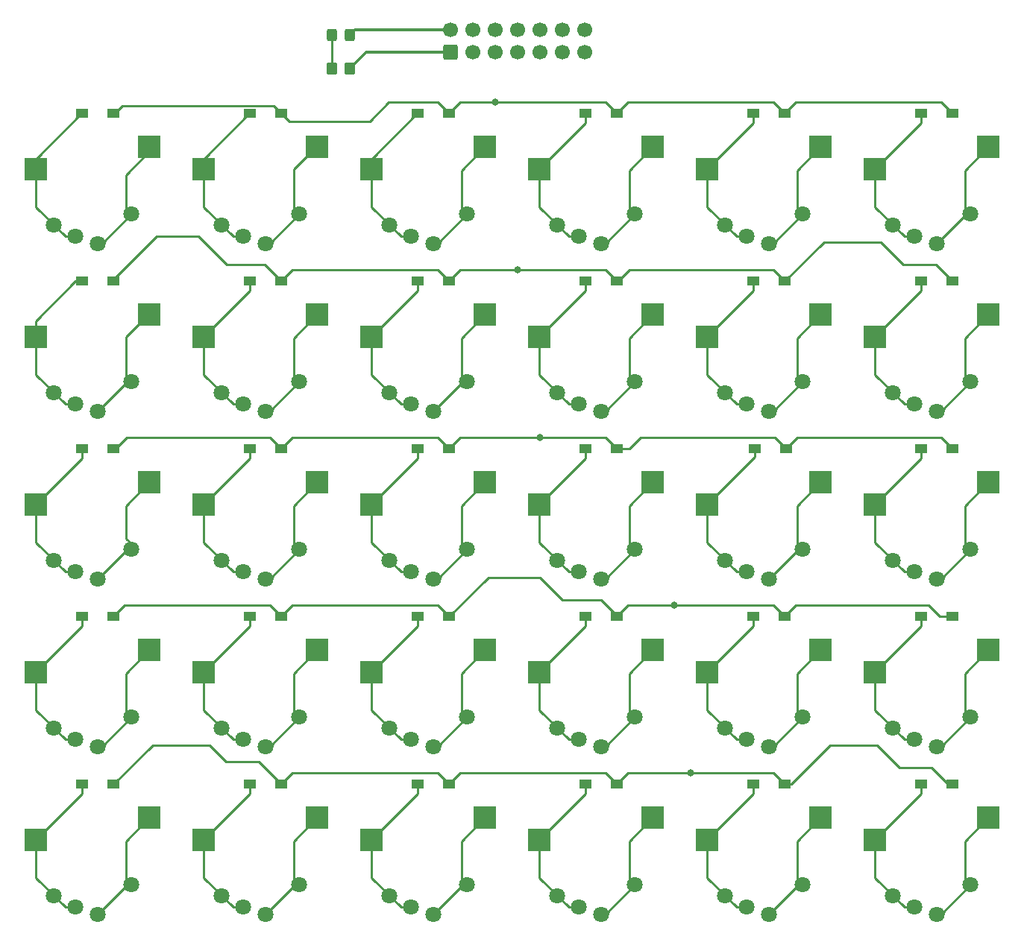
<source format=gbl>
%TF.GenerationSoftware,KiCad,Pcbnew,(6.0.7-1)-1*%
%TF.CreationDate,2022-08-07T13:04:07+08:00*%
%TF.ProjectId,Pragmatic,50726167-6d61-4746-9963-2e6b69636164,3*%
%TF.SameCoordinates,PX9157080PY3680a30*%
%TF.FileFunction,Copper,L2,Bot*%
%TF.FilePolarity,Positive*%
%FSLAX46Y46*%
G04 Gerber Fmt 4.6, Leading zero omitted, Abs format (unit mm)*
G04 Created by KiCad (PCBNEW (6.0.7-1)-1) date 2022-08-07 13:04:07*
%MOMM*%
%LPD*%
G01*
G04 APERTURE LIST*
G04 Aperture macros list*
%AMRoundRect*
0 Rectangle with rounded corners*
0 $1 Rounding radius*
0 $2 $3 $4 $5 $6 $7 $8 $9 X,Y pos of 4 corners*
0 Add a 4 corners polygon primitive as box body*
4,1,4,$2,$3,$4,$5,$6,$7,$8,$9,$2,$3,0*
0 Add four circle primitives for the rounded corners*
1,1,$1+$1,$2,$3*
1,1,$1+$1,$4,$5*
1,1,$1+$1,$6,$7*
1,1,$1+$1,$8,$9*
0 Add four rect primitives between the rounded corners*
20,1,$1+$1,$2,$3,$4,$5,0*
20,1,$1+$1,$4,$5,$6,$7,0*
20,1,$1+$1,$6,$7,$8,$9,0*
20,1,$1+$1,$8,$9,$2,$3,0*%
G04 Aperture macros list end*
%TA.AperFunction,ComponentPad*%
%ADD10RoundRect,0.250000X0.600000X-0.600000X0.600000X0.600000X-0.600000X0.600000X-0.600000X-0.600000X0*%
%TD*%
%TA.AperFunction,ComponentPad*%
%ADD11C,1.700000*%
%TD*%
%TA.AperFunction,SMDPad,CuDef*%
%ADD12R,1.400000X1.000000*%
%TD*%
%TA.AperFunction,SMDPad,CuDef*%
%ADD13R,2.550000X2.500000*%
%TD*%
%TA.AperFunction,ComponentPad*%
%ADD14C,1.800000*%
%TD*%
%TA.AperFunction,SMDPad,CuDef*%
%ADD15RoundRect,0.250000X0.325000X0.450000X-0.325000X0.450000X-0.325000X-0.450000X0.325000X-0.450000X0*%
%TD*%
%TA.AperFunction,SMDPad,CuDef*%
%ADD16RoundRect,0.250000X0.350000X0.450000X-0.350000X0.450000X-0.350000X-0.450000X0.350000X-0.450000X0*%
%TD*%
%TA.AperFunction,ViaPad*%
%ADD17C,0.800000*%
%TD*%
%TA.AperFunction,Conductor*%
%ADD18C,0.250000*%
%TD*%
%TA.AperFunction,Conductor*%
%ADD19C,0.355600*%
%TD*%
G04 APERTURE END LIST*
D10*
%TO.P,J1,1,Pin_1*%
%TO.N,VCC*%
X-55245000Y15875000D03*
D11*
%TO.P,J1,2,Pin_2*%
%TO.N,GND*%
X-55245000Y18415000D03*
%TO.P,J1,3,Pin_3*%
%TO.N,unconnected-(J1-Pad3)*%
X-52705000Y15875000D03*
%TO.P,J1,4,Pin_4*%
%TO.N,Col1*%
X-52705000Y18415000D03*
%TO.P,J1,5,Pin_5*%
%TO.N,Row2*%
X-50165000Y15875000D03*
%TO.P,J1,6,Pin_6*%
%TO.N,Col2*%
X-50165000Y18415000D03*
%TO.P,J1,7,Pin_7*%
%TO.N,Row3*%
X-47625000Y15875000D03*
%TO.P,J1,8,Pin_8*%
%TO.N,Col3*%
X-47625000Y18415000D03*
%TO.P,J1,9,Pin_9*%
%TO.N,Row4*%
X-45085000Y15875000D03*
%TO.P,J1,10,Pin_10*%
%TO.N,Col4*%
X-45085000Y18415000D03*
%TO.P,J1,11,Pin_11*%
%TO.N,Row5*%
X-42545000Y15875000D03*
%TO.P,J1,12,Pin_12*%
%TO.N,Col5*%
X-42545000Y18415000D03*
%TO.P,J1,13,Pin_13*%
%TO.N,Row6*%
X-40005000Y15875000D03*
%TO.P,J1,14,Pin_14*%
%TO.N,Col6*%
X-40005000Y18415000D03*
%TD*%
D12*
%TO.P,D1,1,K*%
%TO.N,Row2*%
X-93475000Y8890000D03*
%TO.P,D1,2,A*%
%TO.N,Net-(D1-Pad2)*%
X-97025000Y8890000D03*
%TD*%
%TO.P,D7,1,K*%
%TO.N,Row3*%
X-93475000Y-10160000D03*
%TO.P,D7,2,A*%
%TO.N,Net-(D7-Pad2)*%
X-97025000Y-10160000D03*
%TD*%
%TO.P,D8,1,K*%
%TO.N,Row3*%
X-74425000Y-10160000D03*
%TO.P,D8,2,A*%
%TO.N,Net-(D8-Pad2)*%
X-77975000Y-10160000D03*
%TD*%
D13*
%TO.P,SW1,1,1*%
%TO.N,Net-(D1-Pad2)*%
X-102335000Y2540000D03*
D14*
X-100250000Y-3800000D03*
X-97790000Y-5080000D03*
%TO.P,SW1,2,2*%
%TO.N,Col1*%
X-95250000Y-5900000D03*
D13*
X-89408000Y5080000D03*
D14*
X-91440000Y-2540000D03*
%TD*%
D13*
%TO.P,SW7,1,1*%
%TO.N,Net-(D7-Pad2)*%
X-102335000Y-16510000D03*
D14*
X-97790000Y-24130000D03*
X-100250000Y-22850000D03*
D13*
%TO.P,SW7,2,2*%
%TO.N,Col1*%
X-89408000Y-13970000D03*
D14*
X-91440000Y-21590000D03*
X-95250000Y-24950000D03*
%TD*%
%TO.P,SW8,1,1*%
%TO.N,Net-(D8-Pad2)*%
X-81200000Y-22850000D03*
D13*
X-83285000Y-16510000D03*
D14*
X-78740000Y-24130000D03*
D13*
%TO.P,SW8,2,2*%
%TO.N,Col2*%
X-70358000Y-13970000D03*
D14*
X-76200000Y-24950000D03*
X-72390000Y-21590000D03*
%TD*%
D12*
%TO.P,D2,1,K*%
%TO.N,Row2*%
X-74425000Y8890000D03*
%TO.P,D2,2,A*%
%TO.N,Net-(D2-Pad2)*%
X-77975000Y8890000D03*
%TD*%
D13*
%TO.P,SW2,1,1*%
%TO.N,Net-(D2-Pad2)*%
X-83285000Y2540000D03*
D14*
X-81200000Y-3800000D03*
X-78740000Y-5080000D03*
%TO.P,SW2,2,2*%
%TO.N,Col2*%
X-72390000Y-2540000D03*
X-76200000Y-5900000D03*
D13*
X-70358000Y5080000D03*
%TD*%
D12*
%TO.P,D3,1,K*%
%TO.N,Row2*%
X-55375000Y8890000D03*
%TO.P,D3,2,A*%
%TO.N,Net-(D3-Pad2)*%
X-58925000Y8890000D03*
%TD*%
%TO.P,D4,1,K*%
%TO.N,Row2*%
X-36325000Y8890000D03*
%TO.P,D4,2,A*%
%TO.N,Net-(D4-Pad2)*%
X-39875000Y8890000D03*
%TD*%
%TO.P,D5,1,K*%
%TO.N,Row2*%
X-17275000Y8890000D03*
%TO.P,D5,2,A*%
%TO.N,Net-(D5-Pad2)*%
X-20825000Y8890000D03*
%TD*%
%TO.P,D6,1,K*%
%TO.N,Row2*%
X1775000Y8890000D03*
%TO.P,D6,2,A*%
%TO.N,Net-(D6-Pad2)*%
X-1775000Y8890000D03*
%TD*%
%TO.P,D9,1,K*%
%TO.N,Row3*%
X-55375000Y-10160000D03*
%TO.P,D9,2,A*%
%TO.N,Net-(D9-Pad2)*%
X-58925000Y-10160000D03*
%TD*%
%TO.P,D10,1,K*%
%TO.N,Row3*%
X-36325000Y-10160000D03*
%TO.P,D10,2,A*%
%TO.N,Net-(D10-Pad2)*%
X-39875000Y-10160000D03*
%TD*%
%TO.P,D11,1,K*%
%TO.N,Row3*%
X-17275000Y-10160000D03*
%TO.P,D11,2,A*%
%TO.N,Net-(D11-Pad2)*%
X-20825000Y-10160000D03*
%TD*%
%TO.P,D12,1,K*%
%TO.N,Row3*%
X1775000Y-10160000D03*
%TO.P,D12,2,A*%
%TO.N,Net-(D12-Pad2)*%
X-1775000Y-10160000D03*
%TD*%
%TO.P,D13,1,K*%
%TO.N,Row4*%
X-93475000Y-29210000D03*
%TO.P,D13,2,A*%
%TO.N,Net-(D13-Pad2)*%
X-97025000Y-29210000D03*
%TD*%
%TO.P,D14,1,K*%
%TO.N,Row4*%
X-74425000Y-29210000D03*
%TO.P,D14,2,A*%
%TO.N,Net-(D14-Pad2)*%
X-77975000Y-29210000D03*
%TD*%
%TO.P,D15,1,K*%
%TO.N,Row4*%
X-55375000Y-29210000D03*
%TO.P,D15,2,A*%
%TO.N,Net-(D15-Pad2)*%
X-58925000Y-29210000D03*
%TD*%
%TO.P,D16,1,K*%
%TO.N,Row4*%
X-36325000Y-29210000D03*
%TO.P,D16,2,A*%
%TO.N,Net-(D16-Pad2)*%
X-39875000Y-29210000D03*
%TD*%
%TO.P,D17,1,K*%
%TO.N,Row4*%
X-17145000Y-29210000D03*
%TO.P,D17,2,A*%
%TO.N,Net-(D17-Pad2)*%
X-20695000Y-29210000D03*
%TD*%
%TO.P,D18,1,K*%
%TO.N,Row4*%
X1775000Y-29210000D03*
%TO.P,D18,2,A*%
%TO.N,Net-(D18-Pad2)*%
X-1775000Y-29210000D03*
%TD*%
%TO.P,D19,1,K*%
%TO.N,Row5*%
X-93475000Y-48260000D03*
%TO.P,D19,2,A*%
%TO.N,Net-(D19-Pad2)*%
X-97025000Y-48260000D03*
%TD*%
%TO.P,D20,1,K*%
%TO.N,Row5*%
X-74425000Y-48260000D03*
%TO.P,D20,2,A*%
%TO.N,Net-(D20-Pad2)*%
X-77975000Y-48260000D03*
%TD*%
%TO.P,D21,1,K*%
%TO.N,Row5*%
X-55375000Y-48260000D03*
%TO.P,D21,2,A*%
%TO.N,Net-(D21-Pad2)*%
X-58925000Y-48260000D03*
%TD*%
%TO.P,D22,1,K*%
%TO.N,Row5*%
X-36325000Y-48260000D03*
%TO.P,D22,2,A*%
%TO.N,Net-(D22-Pad2)*%
X-39875000Y-48260000D03*
%TD*%
%TO.P,D23,1,K*%
%TO.N,Row5*%
X-17275000Y-48260000D03*
%TO.P,D23,2,A*%
%TO.N,Net-(D23-Pad2)*%
X-20825000Y-48260000D03*
%TD*%
%TO.P,D24,1,K*%
%TO.N,Row5*%
X1775000Y-48260000D03*
%TO.P,D24,2,A*%
%TO.N,Net-(D24-Pad2)*%
X-1775000Y-48260000D03*
%TD*%
%TO.P,D25,1,K*%
%TO.N,Row6*%
X-93475000Y-67310000D03*
%TO.P,D25,2,A*%
%TO.N,Net-(D25-Pad2)*%
X-97025000Y-67310000D03*
%TD*%
%TO.P,D26,1,K*%
%TO.N,Row6*%
X-74425000Y-67310000D03*
%TO.P,D26,2,A*%
%TO.N,Net-(D26-Pad2)*%
X-77975000Y-67310000D03*
%TD*%
%TO.P,D27,1,K*%
%TO.N,Row6*%
X-55375000Y-67310000D03*
%TO.P,D27,2,A*%
%TO.N,Net-(D27-Pad2)*%
X-58925000Y-67310000D03*
%TD*%
%TO.P,D28,1,K*%
%TO.N,Row6*%
X-36325000Y-67310000D03*
%TO.P,D28,2,A*%
%TO.N,Net-(D28-Pad2)*%
X-39875000Y-67310000D03*
%TD*%
%TO.P,D29,1,K*%
%TO.N,Row6*%
X-17275000Y-67310000D03*
%TO.P,D29,2,A*%
%TO.N,Net-(D29-Pad2)*%
X-20825000Y-67310000D03*
%TD*%
%TO.P,D30,1,K*%
%TO.N,Row6*%
X1775000Y-67310000D03*
%TO.P,D30,2,A*%
%TO.N,Net-(D30-Pad2)*%
X-1775000Y-67310000D03*
%TD*%
D14*
%TO.P,SW3,1,1*%
%TO.N,Net-(D3-Pad2)*%
X-59690000Y-5080000D03*
X-62150000Y-3800000D03*
D13*
X-64235000Y2540000D03*
D14*
%TO.P,SW3,2,2*%
%TO.N,Col3*%
X-57150000Y-5900000D03*
D13*
X-51308000Y5080000D03*
D14*
X-53340000Y-2540000D03*
%TD*%
D13*
%TO.P,SW4,1,1*%
%TO.N,Net-(D4-Pad2)*%
X-45185000Y2540000D03*
D14*
X-43100000Y-3800000D03*
X-40640000Y-5080000D03*
%TO.P,SW4,2,2*%
%TO.N,Col4*%
X-34290000Y-2540000D03*
X-38100000Y-5900000D03*
D13*
X-32258000Y5080000D03*
%TD*%
D14*
%TO.P,SW5,1,1*%
%TO.N,Net-(D5-Pad2)*%
X-24050000Y-3800000D03*
X-21590000Y-5080000D03*
D13*
X-26135000Y2540000D03*
D14*
%TO.P,SW5,2,2*%
%TO.N,Col5*%
X-15240000Y-2540000D03*
X-19050000Y-5900000D03*
D13*
X-13208000Y5080000D03*
%TD*%
D14*
%TO.P,SW6,1,1*%
%TO.N,Net-(D6-Pad2)*%
X-5000000Y-3800000D03*
X-2540000Y-5080000D03*
D13*
X-7085000Y2540000D03*
D14*
%TO.P,SW6,2,2*%
%TO.N,Col6*%
X0Y-5900000D03*
X3810000Y-2540000D03*
D13*
X5842000Y5080000D03*
%TD*%
%TO.P,SW9,1,1*%
%TO.N,Net-(D9-Pad2)*%
X-64235000Y-16510000D03*
D14*
X-59690000Y-24130000D03*
X-62150000Y-22850000D03*
%TO.P,SW9,2,2*%
%TO.N,Col3*%
X-57150000Y-24950000D03*
X-53340000Y-21590000D03*
D13*
X-51308000Y-13970000D03*
%TD*%
%TO.P,SW10,1,1*%
%TO.N,Net-(D10-Pad2)*%
X-45185000Y-16510000D03*
D14*
X-40640000Y-24130000D03*
X-43100000Y-22850000D03*
D13*
%TO.P,SW10,2,2*%
%TO.N,Col4*%
X-32258000Y-13970000D03*
D14*
X-38100000Y-24950000D03*
X-34290000Y-21590000D03*
%TD*%
D13*
%TO.P,SW11,1,1*%
%TO.N,Net-(D11-Pad2)*%
X-26135000Y-16510000D03*
D14*
X-24050000Y-22850000D03*
X-21590000Y-24130000D03*
D13*
%TO.P,SW11,2,2*%
%TO.N,Col5*%
X-13208000Y-13970000D03*
D14*
X-19050000Y-24950000D03*
X-15240000Y-21590000D03*
%TD*%
D13*
%TO.P,SW12,1,1*%
%TO.N,Net-(D12-Pad2)*%
X-7085000Y-16510000D03*
D14*
X-2540000Y-24130000D03*
X-5000000Y-22850000D03*
D13*
%TO.P,SW12,2,2*%
%TO.N,Col6*%
X5842000Y-13970000D03*
D14*
X3810000Y-21590000D03*
X0Y-24950000D03*
%TD*%
%TO.P,SW13,1,1*%
%TO.N,Net-(D13-Pad2)*%
X-100250000Y-41900000D03*
D13*
X-102335000Y-35560000D03*
D14*
X-97790000Y-43180000D03*
D13*
%TO.P,SW13,2,2*%
%TO.N,Col1*%
X-89408000Y-33020000D03*
D14*
X-95250000Y-44000000D03*
X-91440000Y-40640000D03*
%TD*%
%TO.P,SW14,1,1*%
%TO.N,Net-(D14-Pad2)*%
X-81200000Y-41900000D03*
X-78740000Y-43180000D03*
D13*
X-83285000Y-35560000D03*
D14*
%TO.P,SW14,2,2*%
%TO.N,Col2*%
X-72390000Y-40640000D03*
X-76200000Y-44000000D03*
D13*
X-70358000Y-33020000D03*
%TD*%
D14*
%TO.P,SW15,1,1*%
%TO.N,Net-(D15-Pad2)*%
X-62150000Y-41900000D03*
X-59690000Y-43180000D03*
D13*
X-64235000Y-35560000D03*
D14*
%TO.P,SW15,2,2*%
%TO.N,Col3*%
X-57150000Y-44000000D03*
D13*
X-51308000Y-33020000D03*
D14*
X-53340000Y-40640000D03*
%TD*%
D13*
%TO.P,SW16,1,1*%
%TO.N,Net-(D16-Pad2)*%
X-45185000Y-35560000D03*
D14*
X-40640000Y-43180000D03*
X-43100000Y-41900000D03*
%TO.P,SW16,2,2*%
%TO.N,Col4*%
X-38100000Y-44000000D03*
X-34290000Y-40640000D03*
D13*
X-32258000Y-33020000D03*
%TD*%
D14*
%TO.P,SW17,1,1*%
%TO.N,Net-(D17-Pad2)*%
X-21590000Y-43180000D03*
D13*
X-26135000Y-35560000D03*
D14*
X-24050000Y-41900000D03*
%TO.P,SW17,2,2*%
%TO.N,Col5*%
X-19050000Y-44000000D03*
D13*
X-13208000Y-33020000D03*
D14*
X-15240000Y-40640000D03*
%TD*%
%TO.P,SW18,1,1*%
%TO.N,Net-(D18-Pad2)*%
X-2540000Y-43180000D03*
X-5000000Y-41900000D03*
D13*
X-7085000Y-35560000D03*
%TO.P,SW18,2,2*%
%TO.N,Col6*%
X5842000Y-33020000D03*
D14*
X0Y-44000000D03*
X3810000Y-40640000D03*
%TD*%
%TO.P,SW19,1,1*%
%TO.N,Net-(D19-Pad2)*%
X-97790000Y-62230000D03*
D13*
X-102335000Y-54610000D03*
D14*
X-100250000Y-60950000D03*
D13*
%TO.P,SW19,2,2*%
%TO.N,Col1*%
X-89408000Y-52070000D03*
D14*
X-91440000Y-59690000D03*
X-95250000Y-63050000D03*
%TD*%
%TO.P,SW20,1,1*%
%TO.N,Net-(D20-Pad2)*%
X-81200000Y-60950000D03*
D13*
X-83285000Y-54610000D03*
D14*
X-78740000Y-62230000D03*
D13*
%TO.P,SW20,2,2*%
%TO.N,Col2*%
X-70358000Y-52070000D03*
D14*
X-76200000Y-63050000D03*
X-72390000Y-59690000D03*
%TD*%
D13*
%TO.P,SW21,1,1*%
%TO.N,Net-(D21-Pad2)*%
X-64235000Y-54610000D03*
D14*
X-62150000Y-60950000D03*
X-59690000Y-62230000D03*
%TO.P,SW21,2,2*%
%TO.N,Col3*%
X-53340000Y-59690000D03*
D13*
X-51308000Y-52070000D03*
D14*
X-57150000Y-63050000D03*
%TD*%
D13*
%TO.P,SW22,1,1*%
%TO.N,Net-(D22-Pad2)*%
X-45185000Y-54610000D03*
D14*
X-40640000Y-62230000D03*
X-43100000Y-60950000D03*
%TO.P,SW22,2,2*%
%TO.N,Col4*%
X-38100000Y-63050000D03*
X-34290000Y-59690000D03*
D13*
X-32258000Y-52070000D03*
%TD*%
D14*
%TO.P,SW23,1,1*%
%TO.N,Net-(D23-Pad2)*%
X-21590000Y-62230000D03*
X-24050000Y-60950000D03*
D13*
X-26135000Y-54610000D03*
D14*
%TO.P,SW23,2,2*%
%TO.N,Col5*%
X-15240000Y-59690000D03*
D13*
X-13208000Y-52070000D03*
D14*
X-19050000Y-63050000D03*
%TD*%
%TO.P,SW24,1,1*%
%TO.N,Net-(D24-Pad2)*%
X-2540000Y-62230000D03*
D13*
X-7085000Y-54610000D03*
D14*
X-5000000Y-60950000D03*
%TO.P,SW24,2,2*%
%TO.N,Col6*%
X0Y-63050000D03*
X3810000Y-59690000D03*
D13*
X5842000Y-52070000D03*
%TD*%
D14*
%TO.P,SW25,1,1*%
%TO.N,Net-(D25-Pad2)*%
X-97790000Y-81280000D03*
X-100250000Y-80000000D03*
D13*
X-102335000Y-73660000D03*
%TO.P,SW25,2,2*%
%TO.N,Col1*%
X-89408000Y-71120000D03*
D14*
X-95250000Y-82100000D03*
X-91440000Y-78740000D03*
%TD*%
%TO.P,SW26,1,1*%
%TO.N,Net-(D26-Pad2)*%
X-78740000Y-81280000D03*
X-81200000Y-80000000D03*
D13*
X-83285000Y-73660000D03*
D14*
%TO.P,SW26,2,2*%
%TO.N,Col2*%
X-72390000Y-78740000D03*
D13*
X-70358000Y-71120000D03*
D14*
X-76200000Y-82100000D03*
%TD*%
%TO.P,SW27,1,1*%
%TO.N,Net-(D27-Pad2)*%
X-62150000Y-80000000D03*
X-59690000Y-81280000D03*
D13*
X-64235000Y-73660000D03*
%TO.P,SW27,2,2*%
%TO.N,Col3*%
X-51308000Y-71120000D03*
D14*
X-57150000Y-82100000D03*
X-53340000Y-78740000D03*
%TD*%
%TO.P,SW28,1,1*%
%TO.N,Net-(D28-Pad2)*%
X-43100000Y-80000000D03*
D13*
X-45185000Y-73660000D03*
D14*
X-40640000Y-81280000D03*
%TO.P,SW28,2,2*%
%TO.N,Col4*%
X-38100000Y-82100000D03*
D13*
X-32258000Y-71120000D03*
D14*
X-34290000Y-78740000D03*
%TD*%
D13*
%TO.P,SW29,1,1*%
%TO.N,Net-(D29-Pad2)*%
X-26135000Y-73660000D03*
D14*
X-21590000Y-81280000D03*
X-24050000Y-80000000D03*
D13*
%TO.P,SW29,2,2*%
%TO.N,Col5*%
X-13208000Y-71120000D03*
D14*
X-15240000Y-78740000D03*
X-19050000Y-82100000D03*
%TD*%
%TO.P,SW30,1,1*%
%TO.N,Net-(D30-Pad2)*%
X-5000000Y-80000000D03*
X-2540000Y-81280000D03*
D13*
X-7085000Y-73660000D03*
D14*
%TO.P,SW30,2,2*%
%TO.N,Col6*%
X3810000Y-78740000D03*
D13*
X5842000Y-71120000D03*
D14*
X0Y-82100000D03*
%TD*%
D15*
%TO.P,D37,1,K*%
%TO.N,GND*%
X-66675000Y17780000D03*
%TO.P,D37,2,A*%
%TO.N,Net-(D37-Pad2)*%
X-68725000Y17780000D03*
%TD*%
D16*
%TO.P,R1,1*%
%TO.N,VCC*%
X-66675000Y13970000D03*
%TO.P,R1,2*%
%TO.N,Net-(D37-Pad2)*%
X-68675000Y13970000D03*
%TD*%
D17*
%TO.N,Row2*%
X-50165000Y10160000D03*
%TO.N,Row3*%
X-47625000Y-8890000D03*
%TO.N,Row4*%
X-45085000Y-27940000D03*
%TO.N,Row5*%
X-29845000Y-46990000D03*
%TO.N,Row6*%
X-27940000Y-66040000D03*
%TD*%
D18*
%TO.N,Net-(D1-Pad2)*%
X-102335000Y2540000D02*
X-102335000Y-1715000D01*
X-97155000Y8890000D02*
X-102335000Y3710000D01*
X-102335000Y-1715000D02*
X-98970000Y-5080000D01*
X-102335000Y3710000D02*
X-102335000Y2540000D01*
X-98970000Y-5080000D02*
X-97790000Y-5080000D01*
%TO.N,Net-(D2-Pad2)*%
X-83285000Y3710000D02*
X-83285000Y2540000D01*
X-79920000Y-5080000D02*
X-78740000Y-5080000D01*
X-83285000Y2540000D02*
X-83285000Y-1715000D01*
X-78105000Y8890000D02*
X-83285000Y3710000D01*
X-83285000Y-1715000D02*
X-79920000Y-5080000D01*
%TO.N,Col1*%
X-92075000Y-54737000D02*
X-92075000Y-59055000D01*
X-92075000Y1905000D02*
X-92075000Y-1905000D01*
X-89408000Y-33020000D02*
X-92075000Y-35687000D01*
X-91440000Y-2540000D02*
X-94800000Y-5900000D01*
X-91890000Y-40640000D02*
X-95250000Y-44000000D01*
X-89408000Y-52070000D02*
X-92075000Y-54737000D01*
X-91890000Y-78740000D02*
X-95250000Y-82100000D01*
X-91890000Y-21590000D02*
X-95250000Y-24950000D01*
X-91440000Y-21590000D02*
X-92075000Y-20955000D01*
X-92075000Y-73787000D02*
X-92075000Y-78105000D01*
X-92075000Y-59055000D02*
X-91440000Y-59690000D01*
X-92075000Y-16510000D02*
X-89535000Y-13970000D01*
X-91440000Y-59690000D02*
X-94800000Y-63050000D01*
X-89154000Y4826000D02*
X-92075000Y1905000D01*
X-89408000Y-71120000D02*
X-92075000Y-73787000D01*
X-92075000Y-20955000D02*
X-92075000Y-16510000D01*
X-92075000Y-35687000D02*
X-92075000Y-39401843D01*
X-92075000Y-1905000D02*
X-91440000Y-2540000D01*
X-92075000Y-78105000D02*
X-91440000Y-78740000D01*
X-92075000Y-39401843D02*
X-90836843Y-40640000D01*
%TO.N,Net-(D7-Pad2)*%
X-102335000Y-16510000D02*
X-102335000Y-20765000D01*
X-97790000Y-10160000D02*
X-102335000Y-14705000D01*
X-97025000Y-10160000D02*
X-97790000Y-10160000D01*
X-98970000Y-24130000D02*
X-97790000Y-24130000D01*
X-102335000Y-14705000D02*
X-102335000Y-16510000D01*
X-102335000Y-20765000D02*
X-98970000Y-24130000D01*
%TO.N,Row2*%
X-18545000Y10160000D02*
X-17275000Y8890000D01*
X-36325000Y8890000D02*
X-35055000Y10160000D01*
X-54105000Y10160000D02*
X-50165000Y10160000D01*
X-16005000Y10160000D02*
X-17275000Y8890000D01*
X1775000Y8890000D02*
X505000Y10160000D01*
X-73546489Y8011489D02*
X-64378511Y8011489D01*
X-37595000Y10160000D02*
X-50165000Y10160000D01*
X-64378511Y8011489D02*
X-62230000Y10160000D01*
X505000Y10160000D02*
X-16005000Y10160000D01*
X-92466489Y9768511D02*
X-75303511Y9768511D01*
X-55375000Y8890000D02*
X-54105000Y10160000D01*
X-36325000Y8890000D02*
X-37595000Y10160000D01*
X-75303511Y9768511D02*
X-74425000Y8890000D01*
X-93345000Y8890000D02*
X-92466489Y9768511D01*
X-56645000Y10160000D02*
X-55375000Y8890000D01*
X-62230000Y10160000D02*
X-56645000Y10160000D01*
X-74425000Y8890000D02*
X-73546489Y8011489D01*
X-35055000Y10160000D02*
X-18545000Y10160000D01*
%TO.N,Net-(D8-Pad2)*%
X-77975000Y-10160000D02*
X-77975000Y-11200000D01*
X-83285000Y-16510000D02*
X-83285000Y-20765000D01*
X-77975000Y-11200000D02*
X-83285000Y-16510000D01*
X-83285000Y-20765000D02*
X-79920000Y-24130000D01*
X-79920000Y-24130000D02*
X-78740000Y-24130000D01*
D19*
%TO.N,VCC*%
X-66675000Y13970000D02*
X-64770000Y15875000D01*
X-64770000Y15875000D02*
X-55245000Y15875000D01*
D18*
%TO.N,Col3*%
X-53975000Y2413000D02*
X-53975000Y-1905000D01*
X-53975000Y-20955000D02*
X-53340000Y-21590000D01*
X-53975000Y-59055000D02*
X-53340000Y-59690000D01*
X-53975000Y-35687000D02*
X-53975000Y-40005000D01*
X-53340000Y-40640000D02*
X-56700000Y-44000000D01*
X-53975000Y-40005000D02*
X-53340000Y-40640000D01*
X-51308000Y-71120000D02*
X-53975000Y-73787000D01*
X-51308000Y5080000D02*
X-53975000Y2413000D01*
X-53975000Y-78105000D02*
X-53340000Y-78740000D01*
X-53790000Y-21590000D02*
X-57150000Y-24950000D01*
X-53340000Y-2540000D02*
X-56700000Y-5900000D01*
X-51308000Y-52070000D02*
X-53975000Y-54737000D01*
X-53975000Y-54737000D02*
X-53975000Y-59055000D01*
X-53790000Y-78740000D02*
X-57150000Y-82100000D01*
X-51308000Y-13970000D02*
X-53975000Y-16637000D01*
X-53975000Y-73787000D02*
X-53975000Y-78105000D01*
X-53975000Y-16637000D02*
X-53975000Y-20955000D01*
X-53975000Y-1905000D02*
X-53340000Y-2540000D01*
X-53340000Y-59690000D02*
X-56700000Y-63050000D01*
X-51308000Y-33020000D02*
X-53975000Y-35687000D01*
%TO.N,Col2*%
X-73025000Y-40005000D02*
X-72390000Y-40640000D01*
X-72390000Y-21590000D02*
X-75750000Y-24950000D01*
X-73025000Y-78105000D02*
X-72390000Y-78740000D01*
X-73025000Y-16637000D02*
X-73025000Y-20955000D01*
X-72840000Y-78740000D02*
X-76200000Y-82100000D01*
X-70485000Y5080000D02*
X-73025000Y2540000D01*
X-73025000Y2540000D02*
X-73025000Y-1905000D01*
X-72390000Y-2540000D02*
X-75750000Y-5900000D01*
X-72390000Y-59690000D02*
X-75750000Y-63050000D01*
X-70358000Y-52070000D02*
X-73025000Y-54737000D01*
X-70358000Y-71120000D02*
X-73025000Y-73787000D01*
X-73025000Y-20955000D02*
X-72390000Y-21590000D01*
X-73025000Y-35687000D02*
X-73025000Y-40005000D01*
X-72390000Y-40640000D02*
X-75750000Y-44000000D01*
X-73025000Y-1905000D02*
X-72390000Y-2540000D01*
X-70358000Y-13970000D02*
X-73025000Y-16637000D01*
X-73025000Y-59055000D02*
X-72390000Y-59690000D01*
X-70358000Y-33020000D02*
X-73025000Y-35687000D01*
X-73025000Y-73787000D02*
X-73025000Y-78105000D01*
X-73025000Y-54737000D02*
X-73025000Y-59055000D01*
%TO.N,Row3*%
X-88582500Y-5080000D02*
X-83820000Y-5080000D01*
X-74425000Y-10160000D02*
X-73155000Y-8890000D01*
X-73155000Y-8890000D02*
X-56645000Y-8890000D01*
X-6350000Y-5715000D02*
X-12830000Y-5715000D01*
X-130000Y-8255000D02*
X-3810000Y-8255000D01*
X-56645000Y-8890000D02*
X-55375000Y-10160000D01*
X-55375000Y-10160000D02*
X-54105000Y-8890000D01*
X-54105000Y-8890000D02*
X-47625000Y-8890000D01*
X-36325000Y-10160000D02*
X-37595000Y-8890000D01*
X-80645000Y-8255000D02*
X-76330000Y-8255000D01*
X-3810000Y-8255000D02*
X-6350000Y-5715000D01*
X-37595000Y-8890000D02*
X-47625000Y-8890000D01*
X-12830000Y-5715000D02*
X-17275000Y-10160000D01*
X-83820000Y-5080000D02*
X-80645000Y-8255000D01*
X-34925000Y-8890000D02*
X-18545000Y-8890000D01*
X-36195000Y-10160000D02*
X-34925000Y-8890000D01*
X1775000Y-10160000D02*
X-130000Y-8255000D01*
X-18545000Y-8890000D02*
X-17275000Y-10160000D01*
X-36325000Y-10160000D02*
X-36195000Y-10160000D01*
X-93475000Y-9972500D02*
X-88582500Y-5080000D01*
X-76330000Y-8255000D02*
X-74425000Y-10160000D01*
D19*
%TO.N,GND*%
X-66040000Y18415000D02*
X-66675000Y17780000D01*
X-55245000Y18415000D02*
X-66040000Y18415000D01*
D18*
%TO.N,Row4*%
X-36325000Y-29210000D02*
X-34925000Y-29210000D01*
X-36325000Y-29210000D02*
X-37595000Y-27940000D01*
X-92005000Y-27940000D02*
X-75695000Y-27940000D01*
X505000Y-27940000D02*
X1775000Y-29210000D01*
X-33655000Y-27940000D02*
X-18415000Y-27940000D01*
X-54105000Y-27940000D02*
X-45085000Y-27940000D01*
X-93275000Y-29210000D02*
X-92005000Y-27940000D01*
X-56645000Y-27940000D02*
X-73155000Y-27940000D01*
X-75695000Y-27940000D02*
X-74425000Y-29210000D01*
X-17145000Y-29210000D02*
X-15875000Y-27940000D01*
X-55375000Y-29210000D02*
X-54105000Y-27940000D01*
X-55375000Y-29210000D02*
X-56645000Y-27940000D01*
X-18415000Y-27940000D02*
X-17145000Y-29210000D01*
X-15875000Y-27940000D02*
X505000Y-27940000D01*
X-73155000Y-27940000D02*
X-74425000Y-29210000D01*
X-37595000Y-27940000D02*
X-45085000Y-27940000D01*
X-34925000Y-29210000D02*
X-33655000Y-27940000D01*
%TO.N,Row5*%
X-17275000Y-48260000D02*
X-18545000Y-46990000D01*
X-74425000Y-48260000D02*
X-75695000Y-46990000D01*
X-18545000Y-46990000D02*
X-29845000Y-46990000D01*
X-38100000Y-46355000D02*
X-42545000Y-46355000D01*
X-929521Y-46990000D02*
X-16005000Y-46990000D01*
X-92205000Y-46990000D02*
X-93475000Y-48260000D01*
X-50930000Y-43815000D02*
X-55375000Y-48260000D01*
X-45085000Y-43815000D02*
X-50930000Y-43815000D01*
X-75695000Y-46990000D02*
X-92205000Y-46990000D01*
X1775000Y-48260000D02*
X340479Y-48260000D01*
X-35055000Y-46990000D02*
X-29845000Y-46990000D01*
X-16005000Y-46990000D02*
X-17275000Y-48260000D01*
X-55375000Y-48260000D02*
X-56645000Y-46990000D01*
X340479Y-48260000D02*
X-929521Y-46990000D01*
X-56645000Y-46990000D02*
X-73155000Y-46990000D01*
X-42545000Y-46355000D02*
X-45085000Y-43815000D01*
X-36325000Y-48130000D02*
X-38100000Y-46355000D01*
X-73155000Y-46990000D02*
X-74425000Y-48260000D01*
X-36325000Y-48260000D02*
X-35055000Y-46990000D01*
%TO.N,Row6*%
X-37595000Y-66040000D02*
X-54105000Y-66040000D01*
X-80718631Y-64770000D02*
X-82623631Y-62865000D01*
X1270000Y-67310000D02*
X-635000Y-65405000D01*
X-55375000Y-67310000D02*
X-56645000Y-66040000D01*
X-35055000Y-66040000D02*
X-27940000Y-66040000D01*
X-12130000Y-62865000D02*
X-16575000Y-67310000D01*
X-56645000Y-66040000D02*
X-73155000Y-66040000D01*
X-6814760Y-62865000D02*
X-12130000Y-62865000D01*
X-18545000Y-66040000D02*
X-27940000Y-66040000D01*
X-4274760Y-65405000D02*
X-6814760Y-62865000D01*
X-54105000Y-66040000D02*
X-55375000Y-67310000D01*
X-17275000Y-67310000D02*
X-18545000Y-66040000D01*
X-36325000Y-67310000D02*
X-35055000Y-66040000D01*
X-82623631Y-62865000D02*
X-89030000Y-62865000D01*
X-89030000Y-62865000D02*
X-93475000Y-67310000D01*
X-73155000Y-66040000D02*
X-74425000Y-67310000D01*
X-76965000Y-64770000D02*
X-80718631Y-64770000D01*
X-74425000Y-67310000D02*
X-76965000Y-64770000D01*
X-16575000Y-67310000D02*
X-17275000Y-67310000D01*
X-635000Y-65405000D02*
X-4274760Y-65405000D01*
X-36325000Y-67310000D02*
X-37595000Y-66040000D01*
%TO.N,Col6*%
X3175000Y-73787000D02*
X3175000Y-78105000D01*
X3810000Y-78740000D02*
X450000Y-82100000D01*
X3175000Y-1905000D02*
X3810000Y-2540000D01*
X3175000Y-78105000D02*
X3810000Y-78740000D01*
X3175000Y-59055000D02*
X3810000Y-59690000D01*
X3175000Y-16637000D02*
X3175000Y-20955000D01*
X3175000Y-40005000D02*
X3810000Y-40640000D01*
X3810000Y-21590000D02*
X450000Y-24950000D01*
X5842000Y5080000D02*
X3175000Y2413000D01*
X3175000Y-20955000D02*
X3810000Y-21590000D01*
X5842000Y-13970000D02*
X3175000Y-16637000D01*
X5842000Y-71120000D02*
X3175000Y-73787000D01*
X3175000Y2413000D02*
X3175000Y-1905000D01*
X5842000Y-33020000D02*
X3175000Y-35687000D01*
X3810000Y-40640000D02*
X450000Y-44000000D01*
X3810000Y-59690000D02*
X450000Y-63050000D01*
X3360000Y-2540000D02*
X0Y-5900000D01*
X3175000Y-54737000D02*
X3175000Y-59055000D01*
X3175000Y-35687000D02*
X3175000Y-40005000D01*
X5842000Y-52070000D02*
X3175000Y-54737000D01*
%TO.N,Col5*%
X-13208000Y-33020000D02*
X-15875000Y-35687000D01*
X-15875000Y-35687000D02*
X-15875000Y-40005000D01*
X-15875000Y2413000D02*
X-15875000Y-1905000D01*
X-15875000Y-40005000D02*
X-15240000Y-40640000D01*
X-13208000Y5080000D02*
X-15875000Y2413000D01*
X-15875000Y-20955000D02*
X-15240000Y-21590000D01*
X-13208000Y-71120000D02*
X-15875000Y-73787000D01*
X-13208000Y-13970000D02*
X-15875000Y-16637000D01*
X-15875000Y-59055000D02*
X-15240000Y-59690000D01*
X-15690000Y-40640000D02*
X-19050000Y-44000000D01*
X-15875000Y-1905000D02*
X-15240000Y-2540000D01*
X-15240000Y-21590000D02*
X-18600000Y-24950000D01*
X-15690000Y-78740000D02*
X-19050000Y-82100000D01*
X-15875000Y-78105000D02*
X-15240000Y-78740000D01*
X-13208000Y-52070000D02*
X-15875000Y-54737000D01*
X-15875000Y-73787000D02*
X-15875000Y-78105000D01*
X-15875000Y-16637000D02*
X-15875000Y-20955000D01*
X-15875000Y-54737000D02*
X-15875000Y-59055000D01*
X-15240000Y-59690000D02*
X-18600000Y-63050000D01*
X-15240000Y-2540000D02*
X-18600000Y-5900000D01*
%TO.N,Col4*%
X-34925000Y-40005000D02*
X-34925000Y-35687000D01*
X-34925000Y-73787000D02*
X-34925000Y-78105000D01*
X-34925000Y-78105000D02*
X-34290000Y-78740000D01*
X-32258000Y-52070000D02*
X-34925000Y-54737000D01*
X-34925000Y2413000D02*
X-34925000Y-1905000D01*
X-34925000Y-59055000D02*
X-34290000Y-59690000D01*
X-34925000Y-1905000D02*
X-34290000Y-2540000D01*
X-34290000Y-78740000D02*
X-37650000Y-82100000D01*
X-34925000Y-20955000D02*
X-34290000Y-21590000D01*
X-34290000Y-40640000D02*
X-34925000Y-40005000D01*
X-34925000Y-16637000D02*
X-34925000Y-20955000D01*
X-34290000Y-21590000D02*
X-37650000Y-24950000D01*
X-32258000Y-13970000D02*
X-34925000Y-16637000D01*
X-32258000Y5080000D02*
X-34925000Y2413000D01*
X-34925000Y-35687000D02*
X-32258000Y-33020000D01*
X-34290000Y-2540000D02*
X-37650000Y-5900000D01*
X-32258000Y-71120000D02*
X-34925000Y-73787000D01*
X-34925000Y-54737000D02*
X-34925000Y-59055000D01*
X-34290000Y-40640000D02*
X-37650000Y-44000000D01*
X-34290000Y-59690000D02*
X-37650000Y-63050000D01*
%TO.N,Net-(D37-Pad2)*%
X-68675000Y17730000D02*
X-68675000Y13970000D01*
%TO.N,Net-(D3-Pad2)*%
X-64235000Y-1715000D02*
X-60870000Y-5080000D01*
X-64235000Y2540000D02*
X-64235000Y-1715000D01*
X-60870000Y-5080000D02*
X-59690000Y-5080000D01*
X-59055000Y8890000D02*
X-64235000Y3710000D01*
X-64235000Y3710000D02*
X-64235000Y2540000D01*
%TO.N,Net-(D4-Pad2)*%
X-45185000Y-1715000D02*
X-41820000Y-5080000D01*
X-45185000Y2540000D02*
X-45185000Y-1715000D01*
X-39875000Y8890000D02*
X-39875000Y7850000D01*
X-39875000Y7850000D02*
X-45185000Y2540000D01*
X-41820000Y-5080000D02*
X-40640000Y-5080000D01*
%TO.N,Net-(D5-Pad2)*%
X-26135000Y-1715000D02*
X-22770000Y-5080000D01*
X-20825000Y8890000D02*
X-20825000Y7850000D01*
X-20825000Y7850000D02*
X-26135000Y2540000D01*
X-26135000Y2540000D02*
X-26135000Y-1715000D01*
X-22770000Y-5080000D02*
X-21590000Y-5080000D01*
%TO.N,Net-(D6-Pad2)*%
X-1775000Y7850000D02*
X-7085000Y2540000D01*
X-1775000Y8890000D02*
X-1775000Y7850000D01*
X-7085000Y2540000D02*
X-7085000Y-1715000D01*
X-3720000Y-5080000D02*
X-2540000Y-5080000D01*
X-7085000Y-1715000D02*
X-3720000Y-5080000D01*
%TO.N,Net-(D9-Pad2)*%
X-60870000Y-24130000D02*
X-59690000Y-24130000D01*
X-64235000Y-20765000D02*
X-60870000Y-24130000D01*
X-58925000Y-11200000D02*
X-64235000Y-16510000D01*
X-64235000Y-16510000D02*
X-64235000Y-20765000D01*
X-58925000Y-10160000D02*
X-58925000Y-11200000D01*
%TO.N,Net-(D10-Pad2)*%
X-41820000Y-24130000D02*
X-40640000Y-24130000D01*
X-45185000Y-20765000D02*
X-41820000Y-24130000D01*
X-39875000Y-11200000D02*
X-45185000Y-16510000D01*
X-45185000Y-16510000D02*
X-45185000Y-20765000D01*
X-39875000Y-10160000D02*
X-39875000Y-11200000D01*
%TO.N,Net-(D11-Pad2)*%
X-26135000Y-20765000D02*
X-22770000Y-24130000D01*
X-20825000Y-11200000D02*
X-26135000Y-16510000D01*
X-26135000Y-16510000D02*
X-26135000Y-20765000D01*
X-20825000Y-10160000D02*
X-20825000Y-11200000D01*
X-22770000Y-24130000D02*
X-21590000Y-24130000D01*
%TO.N,Net-(D12-Pad2)*%
X-3720000Y-24130000D02*
X-2540000Y-24130000D01*
X-1775000Y-10160000D02*
X-1775000Y-11200000D01*
X-1775000Y-11200000D02*
X-7085000Y-16510000D01*
X-7085000Y-16510000D02*
X-7085000Y-20765000D01*
X-7085000Y-20765000D02*
X-3720000Y-24130000D01*
%TO.N,Net-(D13-Pad2)*%
X-102335000Y-35560000D02*
X-102335000Y-39815000D01*
X-97025000Y-30250000D02*
X-102335000Y-35560000D01*
X-98970000Y-43180000D02*
X-97790000Y-43180000D01*
X-102335000Y-39815000D02*
X-98970000Y-43180000D01*
X-97025000Y-29210000D02*
X-97025000Y-30250000D01*
%TO.N,Net-(D14-Pad2)*%
X-77975000Y-30250000D02*
X-83285000Y-35560000D01*
X-77975000Y-29210000D02*
X-77975000Y-30250000D01*
X-83285000Y-35560000D02*
X-83285000Y-39815000D01*
X-79920000Y-43180000D02*
X-78740000Y-43180000D01*
X-83285000Y-39815000D02*
X-79920000Y-43180000D01*
%TO.N,Net-(D15-Pad2)*%
X-64235000Y-35560000D02*
X-64235000Y-39815000D01*
X-58925000Y-30250000D02*
X-64235000Y-35560000D01*
X-64235000Y-39815000D02*
X-60870000Y-43180000D01*
X-60870000Y-43180000D02*
X-59690000Y-43180000D01*
X-58925000Y-29210000D02*
X-58925000Y-30250000D01*
%TO.N,Net-(D16-Pad2)*%
X-45185000Y-35560000D02*
X-45185000Y-39815000D01*
X-39875000Y-29210000D02*
X-39875000Y-30250000D01*
X-41820000Y-43180000D02*
X-40640000Y-43180000D01*
X-39875000Y-30250000D02*
X-45185000Y-35560000D01*
X-45185000Y-39815000D02*
X-41820000Y-43180000D01*
%TO.N,Net-(D17-Pad2)*%
X-20695000Y-30120000D02*
X-20695000Y-29210000D01*
X-26135000Y-35560000D02*
X-26135000Y-39815000D01*
X-22770000Y-43180000D02*
X-21590000Y-43180000D01*
X-26135000Y-39815000D02*
X-22770000Y-43180000D01*
X-26135000Y-35560000D02*
X-20695000Y-30120000D01*
%TO.N,Net-(D18-Pad2)*%
X-1775000Y-29210000D02*
X-1775000Y-30250000D01*
X-7085000Y-39815000D02*
X-3720000Y-43180000D01*
X-3720000Y-43180000D02*
X-2540000Y-43180000D01*
X-7085000Y-35560000D02*
X-7085000Y-39815000D01*
X-1775000Y-30250000D02*
X-7085000Y-35560000D01*
%TO.N,Net-(D19-Pad2)*%
X-97025000Y-49300000D02*
X-102335000Y-54610000D01*
X-102335000Y-58865000D02*
X-98970000Y-62230000D01*
X-97025000Y-48260000D02*
X-97025000Y-49300000D01*
X-102335000Y-54610000D02*
X-102335000Y-58865000D01*
X-98970000Y-62230000D02*
X-97790000Y-62230000D01*
%TO.N,Net-(D20-Pad2)*%
X-77975000Y-48260000D02*
X-77975000Y-49300000D01*
X-79920000Y-62230000D02*
X-78740000Y-62230000D01*
X-83285000Y-58865000D02*
X-79920000Y-62230000D01*
X-77975000Y-49300000D02*
X-83285000Y-54610000D01*
X-83285000Y-54610000D02*
X-83285000Y-58865000D01*
%TO.N,Net-(D21-Pad2)*%
X-64235000Y-58865000D02*
X-60870000Y-62230000D01*
X-60870000Y-62230000D02*
X-59690000Y-62230000D01*
X-64235000Y-54610000D02*
X-64235000Y-58865000D01*
X-58925000Y-49300000D02*
X-64235000Y-54610000D01*
X-58925000Y-48260000D02*
X-58925000Y-49300000D01*
%TO.N,Net-(D22-Pad2)*%
X-39875000Y-48260000D02*
X-39875000Y-49300000D01*
X-45185000Y-54610000D02*
X-45185000Y-58865000D01*
X-41820000Y-62230000D02*
X-40640000Y-62230000D01*
X-39875000Y-49300000D02*
X-45185000Y-54610000D01*
X-45185000Y-58865000D02*
X-41820000Y-62230000D01*
%TO.N,Net-(D23-Pad2)*%
X-20825000Y-49300000D02*
X-26135000Y-54610000D01*
X-20825000Y-48260000D02*
X-20825000Y-49300000D01*
X-26135000Y-54610000D02*
X-26135000Y-58865000D01*
X-26135000Y-58865000D02*
X-22770000Y-62230000D01*
X-22770000Y-62230000D02*
X-21590000Y-62230000D01*
%TO.N,Net-(D24-Pad2)*%
X-3720000Y-62230000D02*
X-2540000Y-62230000D01*
X-7085000Y-58865000D02*
X-3720000Y-62230000D01*
X-1775000Y-48260000D02*
X-1775000Y-49300000D01*
X-7085000Y-54610000D02*
X-7085000Y-58865000D01*
X-1775000Y-49300000D02*
X-7085000Y-54610000D01*
%TO.N,Net-(D25-Pad2)*%
X-97025000Y-68350000D02*
X-102335000Y-73660000D01*
X-98970000Y-81280000D02*
X-97790000Y-81280000D01*
X-102335000Y-73660000D02*
X-102335000Y-77915000D01*
X-97025000Y-67310000D02*
X-97025000Y-68350000D01*
X-102335000Y-77915000D02*
X-98970000Y-81280000D01*
%TO.N,Net-(D26-Pad2)*%
X-77975000Y-68350000D02*
X-83285000Y-73660000D01*
X-79920000Y-81280000D02*
X-78740000Y-81280000D01*
X-83285000Y-73660000D02*
X-83285000Y-77915000D01*
X-77975000Y-67310000D02*
X-77975000Y-68350000D01*
X-83285000Y-77915000D02*
X-79920000Y-81280000D01*
%TO.N,Net-(D27-Pad2)*%
X-64235000Y-73660000D02*
X-64235000Y-77915000D01*
X-58925000Y-67310000D02*
X-58925000Y-68350000D01*
X-64235000Y-77915000D02*
X-60870000Y-81280000D01*
X-58925000Y-68350000D02*
X-64235000Y-73660000D01*
X-60870000Y-81280000D02*
X-59690000Y-81280000D01*
%TO.N,Net-(D28-Pad2)*%
X-39875000Y-68350000D02*
X-45185000Y-73660000D01*
X-41820000Y-81280000D02*
X-40640000Y-81280000D01*
X-45185000Y-77915000D02*
X-41820000Y-81280000D01*
X-39875000Y-67310000D02*
X-39875000Y-68350000D01*
X-45185000Y-73660000D02*
X-45185000Y-77915000D01*
%TO.N,Net-(D29-Pad2)*%
X-26135000Y-73660000D02*
X-26135000Y-77915000D01*
X-20825000Y-67310000D02*
X-20825000Y-68350000D01*
X-20825000Y-68350000D02*
X-26135000Y-73660000D01*
X-22770000Y-81280000D02*
X-21590000Y-81280000D01*
X-26135000Y-77915000D02*
X-22770000Y-81280000D01*
%TO.N,Net-(D30-Pad2)*%
X-7085000Y-77915000D02*
X-3720000Y-81280000D01*
X-1775000Y-67310000D02*
X-1775000Y-68350000D01*
X-7085000Y-73660000D02*
X-7085000Y-77915000D01*
X-1775000Y-68350000D02*
X-7085000Y-73660000D01*
X-3720000Y-81280000D02*
X-2540000Y-81280000D01*
%TD*%
M02*

</source>
